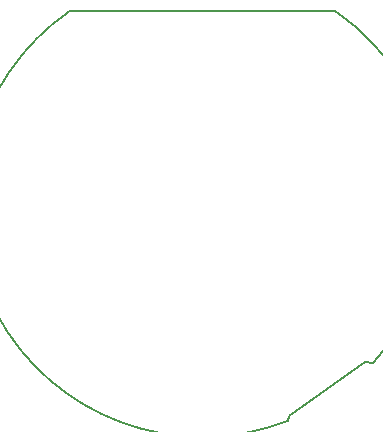
<source format=gm1>
G04 #@! TF.GenerationSoftware,KiCad,Pcbnew,no-vcs-found-d3b382c~59~ubuntu16.04.1*
G04 #@! TF.CreationDate,2017-07-29T16:39:47+01:00*
G04 #@! TF.ProjectId,m3imu,6D33696D752E6B696361645F70636200,1.0*
G04 #@! TF.SameCoordinates,Original
G04 #@! TF.FileFunction,Profile,NP*
%FSLAX46Y46*%
G04 Gerber Fmt 4.6, Leading zero omitted, Abs format (unit mm)*
G04 Created by KiCad (PCBNEW no-vcs-found-d3b382c~59~ubuntu16.04.1) date Sat Jul 29 16:39:47 2017*
%MOMM*%
%LPD*%
G01*
G04 APERTURE LIST*
%ADD10C,0.150000*%
G04 APERTURE END LIST*
D10*
X88790166Y-83700241D02*
G75*
G03X107214358Y-118419977I11209834J-16299759D01*
G01*
X107289376Y-117982705D02*
X107214358Y-118419977D01*
X114453719Y-113498890D02*
G75*
G03X111200000Y-83700000I-14453719J13498890D01*
G01*
X107289376Y-117982705D02*
X113748860Y-113400668D01*
X114450000Y-113500000D02*
X113748860Y-113400668D01*
X88790000Y-83700000D02*
X111200000Y-83700000D01*
M02*

</source>
